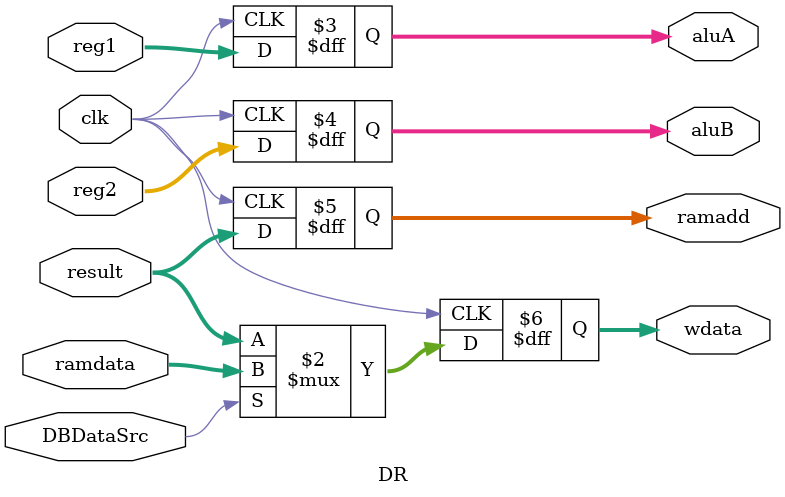
<source format=v>
`timescale 1ns / 1ps


module DR(clk,  reg1, reg2, result, ramdata,aluA, aluB, ramadd, wdata,DBDataSrc);
    input clk, DBDataSrc;
    input[31:0] reg1, reg2, result, ramdata;
    output reg [31:0] aluA, aluB, ramadd, wdata;
    always@(posedge clk) begin    
            aluA = reg1;
            aluB = reg2;
            ramadd = result;
            wdata = DBDataSrc ? ramdata : result;
        end
endmodule

</source>
